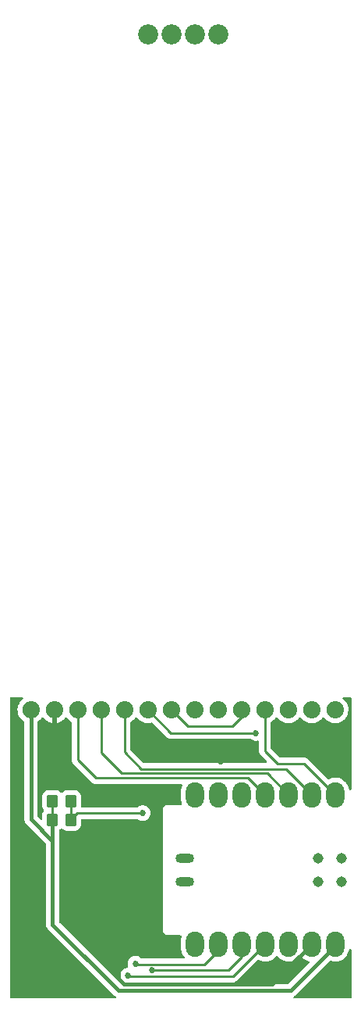
<source format=gbr>
%TF.GenerationSoftware,KiCad,Pcbnew,6.0.2+dfsg-1*%
%TF.CreationDate,2023-03-31T19:08:15-07:00*%
%TF.ProjectId,touchscreen_tester,746f7563-6873-4637-9265-656e5f746573,rev?*%
%TF.SameCoordinates,Original*%
%TF.FileFunction,Copper,L1,Top*%
%TF.FilePolarity,Positive*%
%FSLAX46Y46*%
G04 Gerber Fmt 4.6, Leading zero omitted, Abs format (unit mm)*
G04 Created by KiCad (PCBNEW 6.0.2+dfsg-1) date 2023-03-31 19:08:15*
%MOMM*%
%LPD*%
G01*
G04 APERTURE LIST*
G04 Aperture macros list*
%AMRoundRect*
0 Rectangle with rounded corners*
0 $1 Rounding radius*
0 $2 $3 $4 $5 $6 $7 $8 $9 X,Y pos of 4 corners*
0 Add a 4 corners polygon primitive as box body*
4,1,4,$2,$3,$4,$5,$6,$7,$8,$9,$2,$3,0*
0 Add four circle primitives for the rounded corners*
1,1,$1+$1,$2,$3*
1,1,$1+$1,$4,$5*
1,1,$1+$1,$6,$7*
1,1,$1+$1,$8,$9*
0 Add four rect primitives between the rounded corners*
20,1,$1+$1,$2,$3,$4,$5,0*
20,1,$1+$1,$4,$5,$6,$7,0*
20,1,$1+$1,$6,$7,$8,$9,0*
20,1,$1+$1,$8,$9,$2,$3,0*%
G04 Aperture macros list end*
%TA.AperFunction,SMDPad,CuDef*%
%ADD10C,1.143000*%
%TD*%
%TA.AperFunction,SMDPad,CuDef*%
%ADD11O,2.032000X1.016000*%
%TD*%
%TA.AperFunction,SMDPad,CuDef*%
%ADD12O,1.998980X2.748280*%
%TD*%
%TA.AperFunction,ComponentPad*%
%ADD13O,2.184400X2.184400*%
%TD*%
%TA.AperFunction,ComponentPad*%
%ADD14O,1.879600X1.879600*%
%TD*%
%TA.AperFunction,SMDPad,CuDef*%
%ADD15RoundRect,0.250000X0.350000X0.450000X-0.350000X0.450000X-0.350000X-0.450000X0.350000X-0.450000X0*%
%TD*%
%TA.AperFunction,SMDPad,CuDef*%
%ADD16RoundRect,0.250000X-0.350000X-0.450000X0.350000X-0.450000X0.350000X0.450000X-0.350000X0.450000X0*%
%TD*%
%TA.AperFunction,ViaPad*%
%ADD17C,0.685800*%
%TD*%
%TA.AperFunction,Conductor*%
%ADD18C,0.381000*%
%TD*%
%TA.AperFunction,Conductor*%
%ADD19C,0.254000*%
%TD*%
G04 APERTURE END LIST*
D10*
%TO.P,U1,20,GND*%
%TO.N,unconnected-(U1-Pad20)*%
X154645877Y-91624393D03*
%TO.P,U1,19,RESET*%
%TO.N,unconnected-(U1-Pad19)*%
X154645877Y-89084393D03*
%TO.P,U1,18,PA30_SWCLK*%
%TO.N,unconnected-(U1-Pad18)*%
X157185877Y-91624393D03*
%TO.P,U1,17,PA31_SWDIO*%
%TO.N,unconnected-(U1-Pad17)*%
X157185877Y-89084393D03*
D11*
%TO.P,U1,16,GND*%
%TO.N,unconnected-(U1-Pad16)*%
X140181690Y-91635590D03*
%TO.P,U1,15,5V*%
%TO.N,unconnected-(U1-Pad15)*%
X140181690Y-89085590D03*
D12*
%TO.P,U1,14,5V*%
%TO.N,+5V*%
X156499510Y-98383270D03*
%TO.P,U1,13,GND*%
%TO.N,GND*%
X153959510Y-98383270D03*
%TO.P,U1,12,3V3*%
%TO.N,unconnected-(U1-Pad12)*%
X151419510Y-98383270D03*
%TO.P,U1,11,PA6_A10_D10_MOSI*%
%TO.N,/MOSI*%
X148879510Y-98383270D03*
%TO.P,U1,10,PA5_A9_D9_MISO*%
%TO.N,/MISO*%
X146339510Y-98383270D03*
%TO.P,U1,9,PA7_A8_D8_SCK*%
%TO.N,/SCK*%
X143799510Y-98383270D03*
%TO.P,U1,8,PB09_A7_D7_RX*%
%TO.N,unconnected-(U1-Pad8)*%
X141259510Y-98383270D03*
%TO.P,U1,7,PB08_A6_D6_TX*%
%TO.N,unconnected-(U1-Pad7)*%
X141259510Y-82218710D03*
%TO.P,U1,6,PA9_A5_D5_SCL*%
%TO.N,unconnected-(U1-Pad6)*%
X143799510Y-82218710D03*
%TO.P,U1,5,PA8_A4_D4_SDA*%
%TO.N,unconnected-(U1-Pad5)*%
X146339510Y-82218710D03*
%TO.P,U1,4,PA11_A3_D3*%
%TO.N,/TFTCS*%
X148879510Y-82218710D03*
%TO.P,U1,3,PA10_A2_D2*%
%TO.N,/RESET*%
X151419510Y-82218710D03*
%TO.P,U1,2,PA4_A1_D1*%
%TO.N,/DC*%
X153959510Y-82218710D03*
%TO.P,U1,1,PA02_A0_D0*%
%TO.N,/TOUCHCS*%
X156499510Y-82218710D03*
%TD*%
D13*
%TO.P,U2,P18*%
%TO.N,N/C*%
X143768860Y178920D03*
%TO.P,U2,P17*%
X136148860Y178920D03*
%TO.P,U2,P16*%
X141228860Y178920D03*
%TO.P,U2,P15*%
X138688860Y178920D03*
D14*
%TO.P,U2,P14,T_IRQ*%
%TO.N,unconnected-(U2-PadP14)*%
X156468860Y-73001020D03*
%TO.P,U2,P13,T_DO*%
%TO.N,/MISO*%
X153928860Y-73001020D03*
%TO.P,U2,P12,T_DIN*%
%TO.N,/MOSI*%
X151388860Y-73001020D03*
%TO.P,U2,P11,T_CS*%
%TO.N,/TOUCHCS*%
X148848860Y-73001020D03*
%TO.P,U2,P10,T_CLK*%
%TO.N,/SCK*%
X146308860Y-73001020D03*
%TO.P,U2,P9,SDO*%
%TO.N,/MISO*%
X143768860Y-73001020D03*
%TO.P,U2,P8,LED*%
%TO.N,/LED*%
X141228860Y-73001020D03*
%TO.P,U2,P7,SCK*%
%TO.N,/SCK*%
X138688860Y-73001020D03*
%TO.P,U2,P6,SDI*%
%TO.N,/MOSI*%
X136148860Y-73001020D03*
%TO.P,U2,P5,DC*%
%TO.N,/DC*%
X133608860Y-73001020D03*
%TO.P,U2,P4,RESET*%
%TO.N,/RESET*%
X131068860Y-73001020D03*
%TO.P,U2,P3,CS*%
%TO.N,/TFTCS*%
X128528860Y-73001020D03*
%TO.P,U2,P2,GND*%
%TO.N,GND*%
X125988860Y-73001020D03*
%TO.P,U2,P1,VCC*%
%TO.N,+5V*%
X123448860Y-73001020D03*
%TD*%
D15*
%TO.P,R2,1*%
%TO.N,/LED*%
X127800000Y-82900000D03*
%TO.P,R2,2*%
%TO.N,+5V*%
X125800000Y-82900000D03*
%TD*%
D16*
%TO.P,R1,1*%
%TO.N,+5V*%
X125800000Y-84900000D03*
%TO.P,R1,2*%
%TO.N,/LED*%
X127800000Y-84900000D03*
%TD*%
D17*
%TO.N,GND*%
X147828000Y-101727000D03*
X151126890Y-101215890D03*
X149352000Y-101219000D03*
X122174000Y-77597000D03*
X134874000Y-75311000D03*
X144018000Y-78613000D03*
X147828000Y-78105000D03*
X152654000Y-77343000D03*
X156718000Y-75819000D03*
X156972000Y-78867000D03*
X156464000Y-102743000D03*
X122936000Y-88265000D03*
X130302000Y-103251000D03*
X122174000Y-103251000D03*
X125730000Y-79629000D03*
X132334000Y-85979000D03*
X127762000Y-86995000D03*
X128016000Y-95123000D03*
X131572000Y-99187000D03*
X129794000Y-93853000D03*
%TO.N,/MOSI*%
X147900000Y-75500000D03*
%TO.N,/LED*%
X135600000Y-84200000D03*
%TO.N,/MOSI*%
X134000000Y-101800000D03*
%TO.N,/MISO*%
X136600000Y-101221800D03*
%TO.N,/SCK*%
X134800000Y-100500000D03*
%TD*%
D18*
%TO.N,GND*%
X151126890Y-101215890D02*
X153959510Y-98383270D01*
X125988860Y-73001020D02*
X125988860Y-77288860D01*
X125988860Y-77288860D02*
X131100000Y-82400000D01*
X131100000Y-82400000D02*
X136400000Y-82400000D01*
X136400000Y-82400000D02*
X137200000Y-83200000D01*
X137200000Y-83200000D02*
X137200000Y-94600000D01*
X133000000Y-102139000D02*
X133561000Y-102700000D01*
X149642780Y-102700000D02*
X151126890Y-101215890D01*
X137200000Y-94600000D02*
X133000000Y-98800000D01*
X133000000Y-98800000D02*
X133000000Y-102139000D01*
X133561000Y-102700000D02*
X149642780Y-102700000D01*
D19*
%TO.N,/MOSI*%
X144700000Y-75500000D02*
X147900000Y-75500000D01*
X136148860Y-73001020D02*
X138647840Y-75500000D01*
X138647840Y-75500000D02*
X144700000Y-75500000D01*
%TO.N,/SCK*%
X138688860Y-73001020D02*
X140487840Y-74800000D01*
X140487840Y-74800000D02*
X145300000Y-74800000D01*
X145300000Y-74800000D02*
X146308860Y-73791140D01*
X146308860Y-73791140D02*
X146308860Y-73001020D01*
D18*
%TO.N,+5V*%
X125800000Y-87200000D02*
X123448860Y-84848860D01*
X123448860Y-84848860D02*
X123448860Y-73001020D01*
D19*
%TO.N,/TFTCS*%
X148879510Y-82218710D02*
X147060800Y-80400000D01*
X147060800Y-80400000D02*
X130500000Y-80400000D01*
X130500000Y-80400000D02*
X128528860Y-78428860D01*
X128528860Y-78428860D02*
X128528860Y-73001020D01*
%TO.N,/RESET*%
X151419510Y-82218710D02*
X149100800Y-79900000D01*
X149100800Y-79900000D02*
X133300000Y-79900000D01*
X133300000Y-79900000D02*
X131068860Y-77668860D01*
X131068860Y-77668860D02*
X131068860Y-73001020D01*
%TO.N,/DC*%
X153959510Y-82218710D02*
X151140800Y-79400000D01*
X151140800Y-79400000D02*
X135400000Y-79400000D01*
X135400000Y-79400000D02*
X133608860Y-77608860D01*
X133608860Y-77608860D02*
X133608860Y-73001020D01*
%TO.N,/TOUCHCS*%
X156499510Y-82218710D02*
X153080800Y-78800000D01*
X150200000Y-78800000D02*
X148848860Y-77448860D01*
X153080800Y-78800000D02*
X150200000Y-78800000D01*
X148848860Y-77448860D02*
X148848860Y-73001020D01*
%TO.N,+5V*%
X125800000Y-82900000D02*
X125800000Y-84900000D01*
D18*
X125800000Y-87200000D02*
X125800000Y-84900000D01*
X151700000Y-103400000D02*
X132946338Y-103400000D01*
X132946338Y-103400000D02*
X125800000Y-96253662D01*
X156499510Y-98383270D02*
X156499510Y-98599510D01*
X156499510Y-98599510D02*
X156500000Y-98600000D01*
X156500000Y-98600000D02*
X151700000Y-103400000D01*
X125800000Y-96253662D02*
X125800000Y-87200000D01*
D19*
%TO.N,/LED*%
X127800000Y-84900000D02*
X127800000Y-82900000D01*
X135600000Y-84200000D02*
X128500000Y-84200000D01*
X128500000Y-84200000D02*
X127800000Y-84900000D01*
%TO.N,/MOSI*%
X148879510Y-98383270D02*
X145419169Y-101843611D01*
X145419169Y-101843611D02*
X134043611Y-101843611D01*
X134043611Y-101843611D02*
X134000000Y-101800000D01*
%TO.N,/MISO*%
X144878200Y-101221800D02*
X146339510Y-99760490D01*
X146339510Y-99760490D02*
X146339510Y-98383270D01*
X136600000Y-101221800D02*
X144878200Y-101221800D01*
%TO.N,/SCK*%
X143799510Y-98383270D02*
X143799510Y-99100490D01*
X143799510Y-99100490D02*
X142300000Y-100600000D01*
X134900000Y-100600000D02*
X134800000Y-100500000D01*
X142300000Y-100600000D02*
X134900000Y-100600000D01*
%TD*%
%TA.AperFunction,Conductor*%
%TO.N,GND*%
G36*
X158154898Y-98879664D02*
G01*
X158213517Y-98919718D01*
X158241174Y-98985106D01*
X158242000Y-98999509D01*
X158242000Y-104141000D01*
X158221998Y-104209121D01*
X158168342Y-104255614D01*
X158116000Y-104267000D01*
X152072427Y-104267000D01*
X152004306Y-104246998D01*
X151957813Y-104193342D01*
X151947709Y-104123068D01*
X151977203Y-104058488D01*
X152014055Y-104029337D01*
X152019118Y-104026690D01*
X152026222Y-104024006D01*
X152032475Y-104019709D01*
X152035619Y-104018065D01*
X152048372Y-104010967D01*
X152051478Y-104009130D01*
X152058433Y-104006077D01*
X152064460Y-104001452D01*
X152064464Y-104001450D01*
X152108402Y-103967735D01*
X152113720Y-103963871D01*
X152165652Y-103928179D01*
X152206519Y-103882311D01*
X152211499Y-103877036D01*
X155874972Y-100213563D01*
X155937284Y-100179537D01*
X156009219Y-100185026D01*
X156072357Y-100209262D01*
X156309894Y-100258886D01*
X156314943Y-100259115D01*
X156314949Y-100259116D01*
X156425568Y-100264139D01*
X156552309Y-100269894D01*
X156557329Y-100269313D01*
X156557333Y-100269313D01*
X156665188Y-100256834D01*
X156793366Y-100242003D01*
X156798240Y-100240624D01*
X156798244Y-100240623D01*
X157021994Y-100177308D01*
X157021996Y-100177307D01*
X157026863Y-100175930D01*
X157031438Y-100173796D01*
X157031445Y-100173794D01*
X157242211Y-100075512D01*
X157242215Y-100075510D01*
X157246793Y-100073375D01*
X157350676Y-100002776D01*
X157443309Y-99939823D01*
X157443313Y-99939820D01*
X157447496Y-99936977D01*
X157623811Y-99770245D01*
X157635333Y-99755175D01*
X157768127Y-99581488D01*
X157768130Y-99581484D01*
X157771200Y-99577468D01*
X157885872Y-99363606D01*
X157964876Y-99134162D01*
X157991839Y-98978063D01*
X158023144Y-98914340D01*
X158083930Y-98877659D01*
X158154898Y-98879664D01*
G37*
%TD.AperFunction*%
%TA.AperFunction,Conductor*%
G36*
X122555730Y-71648002D02*
G01*
X122602223Y-71701658D01*
X122612327Y-71771932D01*
X122582833Y-71836512D01*
X122563262Y-71854760D01*
X122484000Y-71914272D01*
X122319462Y-72086451D01*
X122316551Y-72090719D01*
X122316547Y-72090724D01*
X122223150Y-72227639D01*
X122185254Y-72283192D01*
X122084982Y-72499211D01*
X122021337Y-72728705D01*
X122020788Y-72733839D01*
X122020788Y-72733841D01*
X122015309Y-72785109D01*
X121996030Y-72965514D01*
X121996327Y-72970666D01*
X121996327Y-72970670D01*
X122002362Y-73075333D01*
X122009739Y-73203275D01*
X122010876Y-73208321D01*
X122010877Y-73208327D01*
X122043971Y-73355176D01*
X122062097Y-73435605D01*
X122064039Y-73440387D01*
X122064040Y-73440391D01*
X122149753Y-73651477D01*
X122151697Y-73656264D01*
X122276134Y-73859326D01*
X122432064Y-74039337D01*
X122615302Y-74191464D01*
X122619755Y-74194066D01*
X122619759Y-74194069D01*
X122687431Y-74233613D01*
X122736154Y-74285252D01*
X122749860Y-74342401D01*
X122749860Y-84820261D01*
X122749568Y-84828831D01*
X122746973Y-84866896D01*
X122745690Y-84885712D01*
X122746995Y-84893188D01*
X122746995Y-84893192D01*
X122756523Y-84947784D01*
X122757486Y-84954309D01*
X122765051Y-85016820D01*
X122767735Y-85023922D01*
X122768579Y-85027360D01*
X122772443Y-85041483D01*
X122773473Y-85044894D01*
X122774779Y-85052377D01*
X122777832Y-85059332D01*
X122800099Y-85110058D01*
X122802590Y-85116164D01*
X122824854Y-85175082D01*
X122829153Y-85181337D01*
X122830795Y-85184478D01*
X122837893Y-85197232D01*
X122839730Y-85200338D01*
X122842783Y-85207293D01*
X122847408Y-85213320D01*
X122847410Y-85213324D01*
X122881125Y-85257262D01*
X122884989Y-85262580D01*
X122920681Y-85314512D01*
X122926351Y-85319564D01*
X122926352Y-85319565D01*
X122966548Y-85355378D01*
X122971824Y-85360359D01*
X125064095Y-87452630D01*
X125098121Y-87514942D01*
X125101000Y-87541725D01*
X125101000Y-96225063D01*
X125100708Y-96233633D01*
X125096830Y-96290514D01*
X125098135Y-96297990D01*
X125098135Y-96297994D01*
X125107663Y-96352586D01*
X125108626Y-96359111D01*
X125112670Y-96392524D01*
X125116191Y-96421622D01*
X125118875Y-96428724D01*
X125119719Y-96432162D01*
X125123583Y-96446285D01*
X125124613Y-96449696D01*
X125125919Y-96457179D01*
X125128972Y-96464134D01*
X125151239Y-96514860D01*
X125153730Y-96520966D01*
X125162107Y-96543133D01*
X125175994Y-96579884D01*
X125180293Y-96586139D01*
X125181935Y-96589280D01*
X125189033Y-96602034D01*
X125190870Y-96605140D01*
X125193923Y-96612095D01*
X125198548Y-96618122D01*
X125198550Y-96618126D01*
X125232265Y-96662064D01*
X125236129Y-96667382D01*
X125271821Y-96719314D01*
X125277491Y-96724366D01*
X125277492Y-96724367D01*
X125317688Y-96760180D01*
X125322964Y-96765161D01*
X132431841Y-103874038D01*
X132437694Y-103880303D01*
X132475180Y-103923274D01*
X132526716Y-103959494D01*
X132532012Y-103963427D01*
X132575601Y-103997606D01*
X132575604Y-103997608D01*
X132581578Y-104002292D01*
X132588502Y-104005418D01*
X132591537Y-104007256D01*
X132604236Y-104014500D01*
X132607383Y-104016187D01*
X132613599Y-104020556D01*
X132621378Y-104023589D01*
X132621427Y-104023608D01*
X132621891Y-104023966D01*
X132627370Y-104026904D01*
X132626880Y-104027817D01*
X132677628Y-104066989D01*
X132701453Y-104133869D01*
X132685338Y-104203013D01*
X132634400Y-104252468D01*
X132575655Y-104267000D01*
X121284000Y-104267000D01*
X121215879Y-104246998D01*
X121169386Y-104193342D01*
X121158000Y-104141000D01*
X121158000Y-71754000D01*
X121178002Y-71685879D01*
X121231658Y-71639386D01*
X121284000Y-71628000D01*
X122487609Y-71628000D01*
X122555730Y-71648002D01*
G37*
%TD.AperFunction*%
%TA.AperFunction,Conductor*%
G36*
X152783867Y-99704008D02*
G01*
X152905569Y-99842052D01*
X152912821Y-99849055D01*
X153092456Y-99996609D01*
X153100734Y-100002363D01*
X153301655Y-100119302D01*
X153310750Y-100123659D01*
X153527778Y-100206969D01*
X153537450Y-100209815D01*
X153610606Y-100225098D01*
X153673197Y-100258607D01*
X153707735Y-100320636D01*
X153703255Y-100391491D01*
X153673935Y-100437530D01*
X151447370Y-102664095D01*
X151385058Y-102698121D01*
X151358275Y-102701000D01*
X145640486Y-102701000D01*
X145572365Y-102680998D01*
X145525872Y-102627342D01*
X145515768Y-102557068D01*
X145545262Y-102492488D01*
X145594104Y-102457847D01*
X145619726Y-102447703D01*
X145630954Y-102443859D01*
X145647634Y-102439013D01*
X145673562Y-102431480D01*
X145680389Y-102427442D01*
X145680392Y-102427441D01*
X145691075Y-102421123D01*
X145708833Y-102412423D01*
X145720384Y-102407850D01*
X145720390Y-102407846D01*
X145727757Y-102404930D01*
X145763660Y-102378845D01*
X145773579Y-102372330D01*
X145804937Y-102353785D01*
X145804941Y-102353782D01*
X145811767Y-102349745D01*
X145826151Y-102335361D01*
X145841185Y-102322520D01*
X145851242Y-102315213D01*
X145857656Y-102310553D01*
X145885947Y-102276355D01*
X145893936Y-102267576D01*
X148039248Y-100122264D01*
X148101560Y-100088238D01*
X148172375Y-100093303D01*
X148191716Y-100102456D01*
X148225809Y-100122299D01*
X148230535Y-100124113D01*
X148230539Y-100124115D01*
X148447628Y-100207447D01*
X148447631Y-100207448D01*
X148452357Y-100209262D01*
X148689894Y-100258886D01*
X148694943Y-100259115D01*
X148694949Y-100259116D01*
X148805568Y-100264139D01*
X148932309Y-100269894D01*
X148937329Y-100269313D01*
X148937333Y-100269313D01*
X149045188Y-100256834D01*
X149173366Y-100242003D01*
X149178240Y-100240624D01*
X149178244Y-100240623D01*
X149401994Y-100177308D01*
X149401996Y-100177307D01*
X149406863Y-100175930D01*
X149411438Y-100173796D01*
X149411445Y-100173794D01*
X149622211Y-100075512D01*
X149622215Y-100075510D01*
X149626793Y-100073375D01*
X149730676Y-100002776D01*
X149823309Y-99939823D01*
X149823313Y-99939820D01*
X149827496Y-99936977D01*
X150003811Y-99770245D01*
X150048949Y-99711207D01*
X150106211Y-99669241D01*
X150177075Y-99664896D01*
X150243557Y-99704413D01*
X150365216Y-99842409D01*
X150365219Y-99842412D01*
X150368564Y-99846206D01*
X150372472Y-99849416D01*
X150372473Y-99849417D01*
X150395960Y-99868709D01*
X150556080Y-100000233D01*
X150765809Y-100122299D01*
X150770535Y-100124113D01*
X150770539Y-100124115D01*
X150987628Y-100207447D01*
X150987631Y-100207448D01*
X150992357Y-100209262D01*
X151229894Y-100258886D01*
X151234943Y-100259115D01*
X151234949Y-100259116D01*
X151345568Y-100264139D01*
X151472309Y-100269894D01*
X151477329Y-100269313D01*
X151477333Y-100269313D01*
X151585188Y-100256834D01*
X151713366Y-100242003D01*
X151718240Y-100240624D01*
X151718244Y-100240623D01*
X151941994Y-100177308D01*
X151941996Y-100177307D01*
X151946863Y-100175930D01*
X151951438Y-100173796D01*
X151951445Y-100173794D01*
X152162211Y-100075512D01*
X152162215Y-100075510D01*
X152166793Y-100073375D01*
X152270676Y-100002776D01*
X152363309Y-99939823D01*
X152363313Y-99939820D01*
X152367496Y-99936977D01*
X152543811Y-99770245D01*
X152589257Y-99710804D01*
X152646521Y-99668836D01*
X152717385Y-99664491D01*
X152783867Y-99704008D01*
G37*
%TD.AperFunction*%
%TA.AperFunction,Conductor*%
G36*
X126184981Y-72767022D02*
G01*
X126231474Y-72820678D01*
X126242860Y-72873020D01*
X126242860Y-74410076D01*
X126246924Y-74423918D01*
X126260338Y-74425952D01*
X126285786Y-74422692D01*
X126295851Y-74420552D01*
X126513988Y-74355108D01*
X126523583Y-74351348D01*
X126728094Y-74251158D01*
X126736944Y-74245883D01*
X126922352Y-74113633D01*
X126930212Y-74106990D01*
X127091533Y-73946232D01*
X127098217Y-73938379D01*
X127153529Y-73861404D01*
X127209523Y-73817756D01*
X127280227Y-73811310D01*
X127343191Y-73844113D01*
X127355301Y-73857966D01*
X127356134Y-73859326D01*
X127512064Y-74039337D01*
X127695302Y-74191464D01*
X127699759Y-74194068D01*
X127699764Y-74194072D01*
X127830930Y-74270719D01*
X127879654Y-74322358D01*
X127893360Y-74379507D01*
X127893360Y-78349840D01*
X127892830Y-78361074D01*
X127891152Y-78368579D01*
X127892068Y-78397736D01*
X127893298Y-78436872D01*
X127893360Y-78440829D01*
X127893360Y-78468843D01*
X127893856Y-78472768D01*
X127893856Y-78472769D01*
X127893868Y-78472864D01*
X127894801Y-78484709D01*
X127896195Y-78529065D01*
X127898407Y-78536677D01*
X127901873Y-78548608D01*
X127905883Y-78567972D01*
X127908433Y-78588159D01*
X127911349Y-78595523D01*
X127911350Y-78595528D01*
X127924767Y-78629416D01*
X127928612Y-78640645D01*
X127940991Y-78683253D01*
X127945029Y-78690080D01*
X127945030Y-78690083D01*
X127951348Y-78700766D01*
X127960048Y-78718524D01*
X127964621Y-78730075D01*
X127964625Y-78730081D01*
X127967541Y-78737448D01*
X127972199Y-78743859D01*
X127972200Y-78743861D01*
X127993624Y-78773348D01*
X128000141Y-78783270D01*
X128018686Y-78814628D01*
X128018689Y-78814632D01*
X128022726Y-78821458D01*
X128037110Y-78835842D01*
X128049951Y-78850876D01*
X128061918Y-78867347D01*
X128068026Y-78872400D01*
X128096115Y-78895637D01*
X128104895Y-78903627D01*
X129994750Y-80793483D01*
X130002326Y-80801809D01*
X130006447Y-80808303D01*
X130012222Y-80813726D01*
X130056265Y-80855085D01*
X130059107Y-80857840D01*
X130078906Y-80877639D01*
X130082031Y-80880063D01*
X130082040Y-80880071D01*
X130082126Y-80880137D01*
X130091151Y-80887845D01*
X130123494Y-80918217D01*
X130130438Y-80922035D01*
X130130440Y-80922036D01*
X130141329Y-80928022D01*
X130157847Y-80938873D01*
X130173933Y-80951350D01*
X130214666Y-80968976D01*
X130225314Y-80974193D01*
X130264197Y-80995569D01*
X130271872Y-80997540D01*
X130271878Y-80997542D01*
X130283911Y-81000631D01*
X130302613Y-81007034D01*
X130321292Y-81015117D01*
X130355128Y-81020476D01*
X130365127Y-81022060D01*
X130376740Y-81024465D01*
X130419718Y-81035500D01*
X130440065Y-81035500D01*
X130459777Y-81037051D01*
X130479879Y-81040235D01*
X130487771Y-81039489D01*
X130524056Y-81036059D01*
X130535914Y-81035500D01*
X139771398Y-81035500D01*
X139839519Y-81055502D01*
X139886012Y-81109158D01*
X139896116Y-81179432D01*
X139882443Y-81221039D01*
X139873148Y-81238374D01*
X139794144Y-81467818D01*
X139752840Y-81706942D01*
X139751520Y-81736013D01*
X139751520Y-82654337D01*
X139751722Y-82656845D01*
X139751722Y-82656850D01*
X139764326Y-82813503D01*
X139766075Y-82835244D01*
X139767280Y-82840152D01*
X139767281Y-82840155D01*
X139799077Y-82969602D01*
X139823959Y-83070904D01*
X139825934Y-83075556D01*
X139825937Y-83075566D01*
X139851916Y-83136767D01*
X139860122Y-83207288D01*
X139828898Y-83271050D01*
X139768158Y-83307809D01*
X139735933Y-83312000D01*
X138311702Y-83312000D01*
X138310932Y-83311998D01*
X138310078Y-83311993D01*
X138233348Y-83311524D01*
X138224719Y-83313990D01*
X138224714Y-83313991D01*
X138204952Y-83319639D01*
X138188191Y-83323217D01*
X138167848Y-83326130D01*
X138167838Y-83326133D01*
X138158955Y-83327405D01*
X138135605Y-83338021D01*
X138118093Y-83344464D01*
X138105200Y-83348149D01*
X138093435Y-83351512D01*
X138068452Y-83367274D01*
X138053386Y-83375404D01*
X138026490Y-83387633D01*
X138007061Y-83404374D01*
X137992053Y-83415479D01*
X137970369Y-83429160D01*
X137964427Y-83435888D01*
X137950819Y-83451296D01*
X137938627Y-83463340D01*
X137916253Y-83482619D01*
X137911374Y-83490147D01*
X137911371Y-83490150D01*
X137902304Y-83504139D01*
X137891014Y-83519013D01*
X137874044Y-83538228D01*
X137861490Y-83564966D01*
X137853176Y-83579935D01*
X137837107Y-83604727D01*
X137834535Y-83613327D01*
X137829761Y-83629290D01*
X137823099Y-83646736D01*
X137812201Y-83669948D01*
X137810820Y-83678821D01*
X137807658Y-83699128D01*
X137803874Y-83715849D01*
X137797986Y-83735536D01*
X137797985Y-83735539D01*
X137795413Y-83744141D01*
X137795358Y-83753116D01*
X137795358Y-83753117D01*
X137795203Y-83778546D01*
X137795170Y-83779328D01*
X137795000Y-83780423D01*
X137795000Y-83811298D01*
X137794998Y-83812068D01*
X137794524Y-83889652D01*
X137794908Y-83890996D01*
X137795000Y-83892341D01*
X137795000Y-96892298D01*
X137794998Y-96893068D01*
X137794524Y-96970652D01*
X137796990Y-96979281D01*
X137796991Y-96979286D01*
X137802639Y-96999048D01*
X137806217Y-97015809D01*
X137809130Y-97036152D01*
X137809133Y-97036162D01*
X137810405Y-97045045D01*
X137821021Y-97068395D01*
X137827464Y-97085907D01*
X137834512Y-97110565D01*
X137850274Y-97135548D01*
X137858404Y-97150614D01*
X137870633Y-97177510D01*
X137887374Y-97196939D01*
X137898479Y-97211947D01*
X137912160Y-97233631D01*
X137918888Y-97239573D01*
X137934296Y-97253181D01*
X137946340Y-97265373D01*
X137965619Y-97287747D01*
X137973147Y-97292626D01*
X137973150Y-97292629D01*
X137987139Y-97301696D01*
X138002013Y-97312986D01*
X138021228Y-97329956D01*
X138029354Y-97333771D01*
X138029355Y-97333772D01*
X138035021Y-97336432D01*
X138047966Y-97342510D01*
X138062935Y-97350824D01*
X138087727Y-97366893D01*
X138096327Y-97369465D01*
X138112290Y-97374239D01*
X138129736Y-97380901D01*
X138152948Y-97391799D01*
X138182130Y-97396343D01*
X138198849Y-97400126D01*
X138218536Y-97406014D01*
X138218539Y-97406015D01*
X138227141Y-97408587D01*
X138236116Y-97408642D01*
X138236117Y-97408642D01*
X138242810Y-97408683D01*
X138261556Y-97408797D01*
X138262328Y-97408830D01*
X138263423Y-97409000D01*
X138294298Y-97409000D01*
X138295068Y-97409002D01*
X138368716Y-97409452D01*
X138368717Y-97409452D01*
X138372652Y-97409476D01*
X138373996Y-97409092D01*
X138375341Y-97409000D01*
X139694414Y-97409000D01*
X139762535Y-97429002D01*
X139809028Y-97482658D01*
X139819132Y-97552932D01*
X139813552Y-97576013D01*
X139794144Y-97632378D01*
X139752840Y-97871502D01*
X139751520Y-97900573D01*
X139751520Y-98818897D01*
X139751722Y-98821405D01*
X139751722Y-98821410D01*
X139764326Y-98978063D01*
X139766075Y-98999804D01*
X139767280Y-99004712D01*
X139767281Y-99004715D01*
X139799077Y-99134162D01*
X139823959Y-99235464D01*
X139918776Y-99458839D01*
X139921474Y-99463123D01*
X140039140Y-99649972D01*
X140048087Y-99664180D01*
X140089192Y-99710804D01*
X140128310Y-99755175D01*
X140158355Y-99819500D01*
X140148854Y-99889858D01*
X140102822Y-99943910D01*
X140033796Y-99964500D01*
X135519604Y-99964500D01*
X135451483Y-99944498D01*
X135425967Y-99922810D01*
X135396298Y-99889858D01*
X135372836Y-99863801D01*
X135363637Y-99857117D01*
X135233387Y-99762485D01*
X135233386Y-99762484D01*
X135228045Y-99758604D01*
X135222017Y-99755920D01*
X135222015Y-99755919D01*
X135070577Y-99688495D01*
X135070576Y-99688495D01*
X135064546Y-99685810D01*
X134964248Y-99664491D01*
X134895943Y-99649972D01*
X134895939Y-99649972D01*
X134889486Y-99648600D01*
X134710514Y-99648600D01*
X134704061Y-99649972D01*
X134704057Y-99649972D01*
X134635752Y-99664491D01*
X134535454Y-99685810D01*
X134529424Y-99688495D01*
X134529423Y-99688495D01*
X134377985Y-99755919D01*
X134377983Y-99755920D01*
X134371955Y-99758604D01*
X134366614Y-99762484D01*
X134366613Y-99762485D01*
X134236364Y-99857117D01*
X134227164Y-99863801D01*
X134222745Y-99868709D01*
X134222742Y-99868712D01*
X134135854Y-99965212D01*
X134107409Y-99996803D01*
X134074588Y-100053651D01*
X134034169Y-100123659D01*
X134017923Y-100151797D01*
X134015881Y-100158082D01*
X133971617Y-100294314D01*
X133962618Y-100322009D01*
X133943910Y-100500000D01*
X133962618Y-100677991D01*
X133964658Y-100684269D01*
X133964658Y-100684270D01*
X133998255Y-100787670D01*
X134000283Y-100858637D01*
X133963620Y-100919435D01*
X133904619Y-100949853D01*
X133735454Y-100985810D01*
X133729424Y-100988495D01*
X133729423Y-100988495D01*
X133577985Y-101055919D01*
X133577983Y-101055920D01*
X133571955Y-101058604D01*
X133427164Y-101163801D01*
X133307409Y-101296803D01*
X133217923Y-101451797D01*
X133162618Y-101622009D01*
X133143910Y-101800000D01*
X133162618Y-101977991D01*
X133217923Y-102148203D01*
X133307409Y-102303197D01*
X133311827Y-102308104D01*
X133311828Y-102308105D01*
X133419278Y-102427441D01*
X133427164Y-102436199D01*
X133437707Y-102443859D01*
X133477904Y-102473064D01*
X133521258Y-102529287D01*
X133527333Y-102600023D01*
X133494201Y-102662814D01*
X133432381Y-102697726D01*
X133403843Y-102701000D01*
X133288063Y-102701000D01*
X133219942Y-102680998D01*
X133198968Y-102664095D01*
X126535905Y-96001032D01*
X126501879Y-95938720D01*
X126499000Y-95911937D01*
X126499000Y-87228599D01*
X126499292Y-87220029D01*
X126502654Y-87170723D01*
X126502654Y-87170719D01*
X126503170Y-87163148D01*
X126501866Y-87155674D01*
X126501865Y-87155664D01*
X126500877Y-87150006D01*
X126499000Y-87128341D01*
X126499000Y-86096248D01*
X126519002Y-86028127D01*
X126558697Y-85989104D01*
X126618120Y-85952332D01*
X126624348Y-85948478D01*
X126710784Y-85861891D01*
X126773066Y-85827812D01*
X126843886Y-85832815D01*
X126888976Y-85861736D01*
X126976697Y-85949305D01*
X126982927Y-85953145D01*
X126982928Y-85953146D01*
X127120090Y-86037694D01*
X127127262Y-86042115D01*
X127207005Y-86068564D01*
X127288611Y-86095632D01*
X127288613Y-86095632D01*
X127295139Y-86097797D01*
X127301975Y-86098497D01*
X127301978Y-86098498D01*
X127345031Y-86102909D01*
X127399600Y-86108500D01*
X128200400Y-86108500D01*
X128203646Y-86108163D01*
X128203650Y-86108163D01*
X128299308Y-86098238D01*
X128299312Y-86098237D01*
X128306166Y-86097526D01*
X128312702Y-86095345D01*
X128312704Y-86095345D01*
X128444806Y-86051272D01*
X128473946Y-86041550D01*
X128624348Y-85948478D01*
X128749305Y-85823303D01*
X128842115Y-85672738D01*
X128897797Y-85504861D01*
X128908500Y-85400400D01*
X128908500Y-84961500D01*
X128928502Y-84893379D01*
X128982158Y-84846886D01*
X129034500Y-84835500D01*
X134985262Y-84835500D01*
X135053383Y-84855502D01*
X135059323Y-84859564D01*
X135147314Y-84923493D01*
X135171955Y-84941396D01*
X135177983Y-84944080D01*
X135177985Y-84944081D01*
X135324421Y-85009278D01*
X135335454Y-85014190D01*
X135422984Y-85032795D01*
X135504057Y-85050028D01*
X135504061Y-85050028D01*
X135510514Y-85051400D01*
X135689486Y-85051400D01*
X135695939Y-85050028D01*
X135695943Y-85050028D01*
X135777016Y-85032795D01*
X135864546Y-85014190D01*
X135875579Y-85009278D01*
X136022015Y-84944081D01*
X136022017Y-84944080D01*
X136028045Y-84941396D01*
X136033387Y-84937515D01*
X136167492Y-84840082D01*
X136167494Y-84840080D01*
X136172836Y-84836199D01*
X136292591Y-84703197D01*
X136382077Y-84548203D01*
X136437382Y-84377991D01*
X136445372Y-84301978D01*
X136455400Y-84206565D01*
X136456090Y-84200000D01*
X136454226Y-84182266D01*
X136438072Y-84028573D01*
X136438072Y-84028572D01*
X136437382Y-84022009D01*
X136416360Y-83957308D01*
X136394377Y-83889652D01*
X136382077Y-83851797D01*
X136292591Y-83696803D01*
X136172836Y-83563801D01*
X136102508Y-83512704D01*
X136033387Y-83462485D01*
X136033386Y-83462484D01*
X136028045Y-83458604D01*
X136022017Y-83455920D01*
X136022015Y-83455919D01*
X135870577Y-83388495D01*
X135870576Y-83388495D01*
X135864546Y-83385810D01*
X135777016Y-83367205D01*
X135695943Y-83349972D01*
X135695939Y-83349972D01*
X135689486Y-83348600D01*
X135510514Y-83348600D01*
X135504061Y-83349972D01*
X135504057Y-83349972D01*
X135422984Y-83367205D01*
X135335454Y-83385810D01*
X135329424Y-83388495D01*
X135329423Y-83388495D01*
X135177985Y-83455919D01*
X135177983Y-83455920D01*
X135171955Y-83458604D01*
X135166614Y-83462484D01*
X135166613Y-83462485D01*
X135059323Y-83540436D01*
X134992455Y-83564295D01*
X134985262Y-83564500D01*
X129031256Y-83564500D01*
X128963135Y-83544498D01*
X128916642Y-83490842D01*
X128905912Y-83425656D01*
X128907467Y-83410482D01*
X128908500Y-83400400D01*
X128908500Y-82399600D01*
X128897526Y-82293834D01*
X128841550Y-82126054D01*
X128748478Y-81975652D01*
X128623303Y-81850695D01*
X128513617Y-81783083D01*
X128478968Y-81761725D01*
X128478966Y-81761724D01*
X128472738Y-81757885D01*
X128312254Y-81704655D01*
X128311389Y-81704368D01*
X128311387Y-81704368D01*
X128304861Y-81702203D01*
X128298025Y-81701503D01*
X128298022Y-81701502D01*
X128254969Y-81697091D01*
X128200400Y-81691500D01*
X127399600Y-81691500D01*
X127396354Y-81691837D01*
X127396350Y-81691837D01*
X127300692Y-81701762D01*
X127300688Y-81701763D01*
X127293834Y-81702474D01*
X127287298Y-81704655D01*
X127287296Y-81704655D01*
X127189067Y-81737427D01*
X127126054Y-81758450D01*
X126975652Y-81851522D01*
X126970479Y-81856704D01*
X126889216Y-81938109D01*
X126826934Y-81972188D01*
X126756114Y-81967185D01*
X126711025Y-81938264D01*
X126628483Y-81855866D01*
X126623303Y-81850695D01*
X126513617Y-81783083D01*
X126478968Y-81761725D01*
X126478966Y-81761724D01*
X126472738Y-81757885D01*
X126312254Y-81704655D01*
X126311389Y-81704368D01*
X126311387Y-81704368D01*
X126304861Y-81702203D01*
X126298025Y-81701503D01*
X126298022Y-81701502D01*
X126254969Y-81697091D01*
X126200400Y-81691500D01*
X125399600Y-81691500D01*
X125396354Y-81691837D01*
X125396350Y-81691837D01*
X125300692Y-81701762D01*
X125300688Y-81701763D01*
X125293834Y-81702474D01*
X125287298Y-81704655D01*
X125287296Y-81704655D01*
X125189067Y-81737427D01*
X125126054Y-81758450D01*
X124975652Y-81851522D01*
X124850695Y-81976697D01*
X124757885Y-82127262D01*
X124702203Y-82295139D01*
X124691500Y-82399600D01*
X124691500Y-83400400D01*
X124691837Y-83403646D01*
X124691837Y-83403650D01*
X124700031Y-83482619D01*
X124702474Y-83506166D01*
X124704655Y-83512702D01*
X124704655Y-83512704D01*
X124748728Y-83644806D01*
X124758450Y-83673946D01*
X124851522Y-83824348D01*
X124851638Y-83824464D01*
X124877173Y-83887543D01*
X124864004Y-83957308D01*
X124853136Y-83974251D01*
X124850695Y-83976697D01*
X124757885Y-84127262D01*
X124702203Y-84295139D01*
X124691500Y-84399600D01*
X124691500Y-84798775D01*
X124671498Y-84866896D01*
X124617842Y-84913389D01*
X124547568Y-84923493D01*
X124482988Y-84893999D01*
X124476405Y-84887870D01*
X124184765Y-84596230D01*
X124150739Y-84533918D01*
X124147860Y-84507135D01*
X124147860Y-74346402D01*
X124167862Y-74278281D01*
X124200691Y-74243824D01*
X124386880Y-74111017D01*
X124555576Y-73942909D01*
X124558592Y-73938712D01*
X124558599Y-73938704D01*
X124614148Y-73861399D01*
X124670142Y-73817751D01*
X124740846Y-73811305D01*
X124803810Y-73844108D01*
X124818148Y-73860511D01*
X124819920Y-73862932D01*
X124969032Y-74035072D01*
X124976394Y-74042281D01*
X125151615Y-74187753D01*
X125160047Y-74193658D01*
X125356684Y-74308563D01*
X125365967Y-74313010D01*
X125578721Y-74394253D01*
X125588619Y-74397129D01*
X125717110Y-74423271D01*
X125731159Y-74422075D01*
X125734860Y-74411730D01*
X125734860Y-72873020D01*
X125754862Y-72804899D01*
X125808518Y-72758406D01*
X125860860Y-72747020D01*
X126116860Y-72747020D01*
X126184981Y-72767022D01*
G37*
%TD.AperFunction*%
%TA.AperFunction,Conductor*%
G36*
X158184121Y-71648002D02*
G01*
X158230614Y-71701658D01*
X158242000Y-71754000D01*
X158242000Y-81576394D01*
X158221998Y-81644515D01*
X158168342Y-81691008D01*
X158098068Y-81701112D01*
X158033488Y-81671618D01*
X157995104Y-81611892D01*
X157992970Y-81602486D01*
X157992945Y-81602176D01*
X157961170Y-81472810D01*
X157936268Y-81371430D01*
X157935061Y-81366516D01*
X157840244Y-81143141D01*
X157771217Y-81033529D01*
X157713628Y-80942079D01*
X157713626Y-80942076D01*
X157710933Y-80937800D01*
X157666892Y-80887845D01*
X157553804Y-80759571D01*
X157553801Y-80759568D01*
X157550456Y-80755774D01*
X157362940Y-80601747D01*
X157153211Y-80479681D01*
X157148485Y-80477867D01*
X157148481Y-80477865D01*
X156931392Y-80394533D01*
X156931389Y-80394532D01*
X156926663Y-80392718D01*
X156689126Y-80343094D01*
X156684077Y-80342865D01*
X156684071Y-80342864D01*
X156573452Y-80337841D01*
X156446711Y-80332086D01*
X156441691Y-80332667D01*
X156441687Y-80332667D01*
X156342625Y-80344129D01*
X156205654Y-80359977D01*
X156200780Y-80361356D01*
X156200776Y-80361357D01*
X155977026Y-80424672D01*
X155977024Y-80424673D01*
X155972157Y-80426050D01*
X155802116Y-80505341D01*
X155731927Y-80516002D01*
X155667114Y-80487022D01*
X155659773Y-80480241D01*
X154651938Y-79472405D01*
X153586050Y-78406517D01*
X153578474Y-78398191D01*
X153574353Y-78391697D01*
X153524534Y-78344914D01*
X153521693Y-78342160D01*
X153501894Y-78322361D01*
X153498769Y-78319937D01*
X153498760Y-78319929D01*
X153498674Y-78319863D01*
X153489649Y-78312155D01*
X153463085Y-78287210D01*
X153457306Y-78281783D01*
X153439469Y-78271977D01*
X153422953Y-78261127D01*
X153406867Y-78248650D01*
X153366134Y-78231024D01*
X153355486Y-78225807D01*
X153343858Y-78219415D01*
X153316603Y-78204431D01*
X153308928Y-78202460D01*
X153308922Y-78202458D01*
X153296889Y-78199369D01*
X153278187Y-78192966D01*
X153259508Y-78184883D01*
X153225672Y-78179524D01*
X153215673Y-78177940D01*
X153204060Y-78175535D01*
X153161082Y-78164500D01*
X153140735Y-78164500D01*
X153121024Y-78162949D01*
X153108750Y-78161005D01*
X153100921Y-78159765D01*
X153093029Y-78160511D01*
X153056744Y-78163941D01*
X153044886Y-78164500D01*
X150515423Y-78164500D01*
X150447302Y-78144498D01*
X150426328Y-78127595D01*
X149521265Y-77222532D01*
X149487239Y-77160220D01*
X149484360Y-77133437D01*
X149484360Y-74381114D01*
X149504362Y-74312993D01*
X149554926Y-74267964D01*
X149592993Y-74249315D01*
X149597196Y-74246317D01*
X149597201Y-74246314D01*
X149782676Y-74114016D01*
X149782678Y-74114014D01*
X149786880Y-74111017D01*
X149955576Y-73942909D01*
X150013839Y-73861827D01*
X150069832Y-73818180D01*
X150140536Y-73811734D01*
X150203500Y-73844536D01*
X150215442Y-73858196D01*
X150216134Y-73859326D01*
X150372064Y-74039337D01*
X150555302Y-74191464D01*
X150559754Y-74194066D01*
X150559759Y-74194069D01*
X150753359Y-74307200D01*
X150760925Y-74311621D01*
X150983412Y-74396580D01*
X150988478Y-74397611D01*
X150988479Y-74397611D01*
X151042816Y-74408666D01*
X151216788Y-74444061D01*
X151350981Y-74448982D01*
X151449620Y-74452599D01*
X151449624Y-74452599D01*
X151454784Y-74452788D01*
X151459904Y-74452132D01*
X151459906Y-74452132D01*
X151685883Y-74423184D01*
X151685884Y-74423184D01*
X151691011Y-74422527D01*
X151774060Y-74397611D01*
X151914176Y-74355574D01*
X151914177Y-74355573D01*
X151919122Y-74354090D01*
X152132993Y-74249315D01*
X152137196Y-74246317D01*
X152137201Y-74246314D01*
X152322676Y-74114016D01*
X152322678Y-74114014D01*
X152326880Y-74111017D01*
X152495576Y-73942909D01*
X152553839Y-73861827D01*
X152609832Y-73818180D01*
X152680536Y-73811734D01*
X152743500Y-73844536D01*
X152755442Y-73858196D01*
X152756134Y-73859326D01*
X152912064Y-74039337D01*
X153095302Y-74191464D01*
X153099754Y-74194066D01*
X153099759Y-74194069D01*
X153293359Y-74307200D01*
X153300925Y-74311621D01*
X153523412Y-74396580D01*
X153528478Y-74397611D01*
X153528479Y-74397611D01*
X153582816Y-74408666D01*
X153756788Y-74444061D01*
X153890981Y-74448982D01*
X153989620Y-74452599D01*
X153989624Y-74452599D01*
X153994784Y-74452788D01*
X153999904Y-74452132D01*
X153999906Y-74452132D01*
X154225883Y-74423184D01*
X154225884Y-74423184D01*
X154231011Y-74422527D01*
X154314060Y-74397611D01*
X154454176Y-74355574D01*
X154454177Y-74355573D01*
X154459122Y-74354090D01*
X154672993Y-74249315D01*
X154677196Y-74246317D01*
X154677201Y-74246314D01*
X154862676Y-74114016D01*
X154862678Y-74114014D01*
X154866880Y-74111017D01*
X155035576Y-73942909D01*
X155093839Y-73861827D01*
X155149832Y-73818180D01*
X155220536Y-73811734D01*
X155283500Y-73844536D01*
X155295442Y-73858196D01*
X155296134Y-73859326D01*
X155452064Y-74039337D01*
X155635302Y-74191464D01*
X155639754Y-74194066D01*
X155639759Y-74194069D01*
X155833359Y-74307200D01*
X155840925Y-74311621D01*
X156063412Y-74396580D01*
X156068478Y-74397611D01*
X156068479Y-74397611D01*
X156122816Y-74408666D01*
X156296788Y-74444061D01*
X156430981Y-74448982D01*
X156529620Y-74452599D01*
X156529624Y-74452599D01*
X156534784Y-74452788D01*
X156539904Y-74452132D01*
X156539906Y-74452132D01*
X156765883Y-74423184D01*
X156765884Y-74423184D01*
X156771011Y-74422527D01*
X156854060Y-74397611D01*
X156994176Y-74355574D01*
X156994177Y-74355573D01*
X156999122Y-74354090D01*
X157212993Y-74249315D01*
X157217196Y-74246317D01*
X157217201Y-74246314D01*
X157402676Y-74114016D01*
X157402678Y-74114014D01*
X157406880Y-74111017D01*
X157575576Y-73942909D01*
X157714550Y-73749506D01*
X157760634Y-73656264D01*
X157817777Y-73540644D01*
X157817778Y-73540642D01*
X157820071Y-73536002D01*
X157889303Y-73308131D01*
X157920389Y-73072012D01*
X157922124Y-73001020D01*
X157902610Y-72763664D01*
X157844591Y-72532683D01*
X157749627Y-72314279D01*
X157732554Y-72287887D01*
X157670225Y-72191542D01*
X157620266Y-72114318D01*
X157459984Y-71938170D01*
X157455933Y-71934971D01*
X157455929Y-71934967D01*
X157351990Y-71852882D01*
X157310927Y-71794965D01*
X157307695Y-71724042D01*
X157343320Y-71662631D01*
X157406491Y-71630228D01*
X157430082Y-71628000D01*
X158116000Y-71628000D01*
X158184121Y-71648002D01*
G37*
%TD.AperFunction*%
%TA.AperFunction,Conductor*%
G36*
X134963500Y-73844536D02*
G01*
X134975442Y-73858196D01*
X134976134Y-73859326D01*
X135132064Y-74039337D01*
X135315302Y-74191464D01*
X135319754Y-74194066D01*
X135319759Y-74194069D01*
X135513359Y-74307200D01*
X135520925Y-74311621D01*
X135743412Y-74396580D01*
X135748478Y-74397611D01*
X135748479Y-74397611D01*
X135802816Y-74408666D01*
X135976788Y-74444061D01*
X136110981Y-74448982D01*
X136209620Y-74452599D01*
X136209624Y-74452599D01*
X136214784Y-74452788D01*
X136219904Y-74452132D01*
X136219906Y-74452132D01*
X136292072Y-74442887D01*
X136451011Y-74422527D01*
X136455965Y-74421041D01*
X136455973Y-74421039D01*
X136548634Y-74393239D01*
X136619630Y-74392821D01*
X136673937Y-74424829D01*
X138142585Y-75893477D01*
X138150162Y-75901803D01*
X138154287Y-75908303D01*
X138160065Y-75913729D01*
X138160066Y-75913730D01*
X138204121Y-75955100D01*
X138206963Y-75957855D01*
X138226746Y-75977638D01*
X138229954Y-75980126D01*
X138238983Y-75987837D01*
X138271334Y-76018217D01*
X138278283Y-76022037D01*
X138289169Y-76028022D01*
X138305693Y-76038876D01*
X138321773Y-76051349D01*
X138329050Y-76054498D01*
X138362490Y-76068969D01*
X138373151Y-76074192D01*
X138405087Y-76091749D01*
X138405092Y-76091751D01*
X138412037Y-76095569D01*
X138419711Y-76097539D01*
X138419718Y-76097542D01*
X138431753Y-76100632D01*
X138450458Y-76107036D01*
X138461853Y-76111967D01*
X138469132Y-76115117D01*
X138496182Y-76119401D01*
X138512967Y-76122060D01*
X138524580Y-76124465D01*
X138567558Y-76135500D01*
X138587905Y-76135500D01*
X138607617Y-76137051D01*
X138627719Y-76140235D01*
X138635611Y-76139489D01*
X138671896Y-76136059D01*
X138683754Y-76135500D01*
X147285262Y-76135500D01*
X147353383Y-76155502D01*
X147359323Y-76159564D01*
X147471955Y-76241396D01*
X147477983Y-76244080D01*
X147477985Y-76244081D01*
X147629423Y-76311505D01*
X147635454Y-76314190D01*
X147722984Y-76332795D01*
X147804057Y-76350028D01*
X147804061Y-76350028D01*
X147810514Y-76351400D01*
X147989486Y-76351400D01*
X148005950Y-76347900D01*
X148061164Y-76336165D01*
X148131955Y-76341568D01*
X148188587Y-76384385D01*
X148213080Y-76451022D01*
X148213360Y-76459412D01*
X148213360Y-77369840D01*
X148212830Y-77381074D01*
X148211152Y-77388579D01*
X148211401Y-77396498D01*
X148213298Y-77456872D01*
X148213360Y-77460829D01*
X148213360Y-77488843D01*
X148213856Y-77492768D01*
X148213856Y-77492769D01*
X148213868Y-77492864D01*
X148214801Y-77504709D01*
X148216195Y-77549065D01*
X148218407Y-77556677D01*
X148221873Y-77568608D01*
X148225883Y-77587972D01*
X148228433Y-77608159D01*
X148231349Y-77615523D01*
X148231350Y-77615528D01*
X148244767Y-77649416D01*
X148248612Y-77660645D01*
X148260991Y-77703253D01*
X148265029Y-77710080D01*
X148265030Y-77710083D01*
X148271348Y-77720766D01*
X148280048Y-77738524D01*
X148284621Y-77750075D01*
X148284625Y-77750081D01*
X148287541Y-77757448D01*
X148292199Y-77763859D01*
X148292200Y-77763861D01*
X148313624Y-77793348D01*
X148320141Y-77803270D01*
X148338686Y-77834628D01*
X148338689Y-77834632D01*
X148342726Y-77841458D01*
X148357110Y-77855842D01*
X148369951Y-77870876D01*
X148381918Y-77887347D01*
X148395429Y-77898524D01*
X148416110Y-77915633D01*
X148424891Y-77923623D01*
X149050672Y-78549405D01*
X149084697Y-78611717D01*
X149079632Y-78682533D01*
X149037085Y-78739368D01*
X148970565Y-78764179D01*
X148961576Y-78764500D01*
X135715423Y-78764500D01*
X135647302Y-78744498D01*
X135626328Y-78727595D01*
X134281265Y-77382532D01*
X134247239Y-77320220D01*
X134244360Y-77293437D01*
X134244360Y-74381114D01*
X134264362Y-74312993D01*
X134314926Y-74267964D01*
X134352993Y-74249315D01*
X134357196Y-74246317D01*
X134357201Y-74246314D01*
X134542676Y-74114016D01*
X134542678Y-74114014D01*
X134546880Y-74111017D01*
X134715576Y-73942909D01*
X134773839Y-73861827D01*
X134829832Y-73818180D01*
X134900536Y-73811734D01*
X134963500Y-73844536D01*
G37*
%TD.AperFunction*%
%TD*%
M02*

</source>
